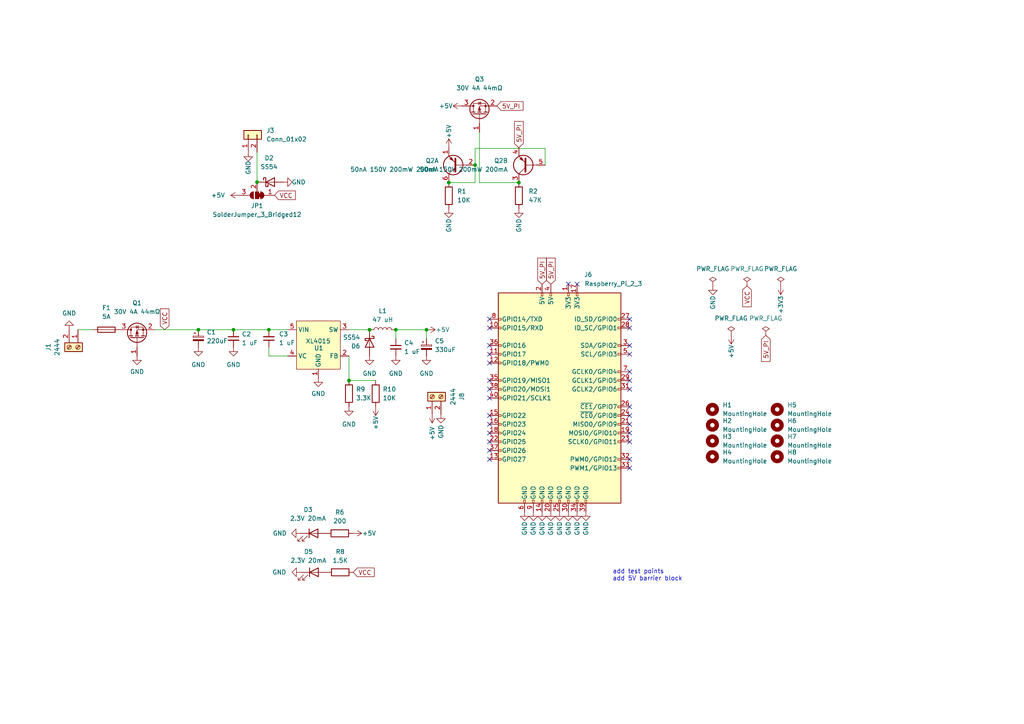
<source format=kicad_sch>
(kicad_sch (version 20211123) (generator eeschema)
  (paper "A4")
  (lib_symbols
    (symbol "Connector:Raspberry_Pi_2_3" (pin_names (offset 1.016))
      (property "Reference" "J" (at -17.78 31.75 0))
      (property "Value" "Raspberry_Pi_2_3" (at 10.16 -31.75 0))
      (symbol "Raspberry_Pi_2_3_0_1"
        (rectangle (start -17.78 30.48) (end 17.78 -30.48) (stroke (width 0.254)) (fill (type background)))
      )
      (symbol "Raspberry_Pi_2_3_1_1"
        (rectangle (start -16.891 -17.526) (end -17.78 -18.034))
        (rectangle (start -16.891 -14.986) (end -17.78 -15.494))
        (rectangle (start -16.891 -12.446) (end -17.78 -12.954))
        (rectangle (start -16.891 -9.906) (end -17.78 -10.414))
        (rectangle (start -16.891 -7.366) (end -17.78 -7.874))
        (rectangle (start -16.891 -4.826) (end -17.78 -5.334))
        (rectangle (start -16.891 0.254) (end -17.78 -0.254))
        (rectangle (start -16.891 2.794) (end -17.78 2.286))
        (rectangle (start -16.891 5.334) (end -17.78 4.826))
        (rectangle (start -16.891 10.414) (end -17.78 9.906))
        (rectangle (start -16.891 12.954) (end -17.78 12.446))
        (rectangle (start -16.891 15.494) (end -17.78 14.986))
        (rectangle (start -16.891 20.574) (end -17.78 20.066))
        (rectangle (start -16.891 23.114) (end -17.78 22.606))
        (rectangle (start -10.414 -29.591) (end -9.906 -30.48))
        (rectangle (start -7.874 -29.591) (end -7.366 -30.48))
        (rectangle (start -5.334 -29.591) (end -4.826 -30.48))
        (rectangle (start -5.334 30.48) (end -4.826 29.591))
        (rectangle (start -2.794 -29.591) (end -2.286 -30.48))
        (rectangle (start -2.794 30.48) (end -2.286 29.591))
        (rectangle (start -0.254 -29.591) (end 0.254 -30.48))
        (rectangle (start 2.286 -29.591) (end 2.794 -30.48))
        (rectangle (start 2.286 30.48) (end 2.794 29.591))
        (rectangle (start 4.826 -29.591) (end 5.334 -30.48))
        (rectangle (start 4.826 30.48) (end 5.334 29.591))
        (rectangle (start 7.366 -29.591) (end 7.874 -30.48))
        (rectangle (start 17.78 -20.066) (end 16.891 -20.574))
        (rectangle (start 17.78 -17.526) (end 16.891 -18.034))
        (rectangle (start 17.78 -12.446) (end 16.891 -12.954))
        (rectangle (start 17.78 -9.906) (end 16.891 -10.414))
        (rectangle (start 17.78 -7.366) (end 16.891 -7.874))
        (rectangle (start 17.78 -4.826) (end 16.891 -5.334))
        (rectangle (start 17.78 -2.286) (end 16.891 -2.794))
        (rectangle (start 17.78 2.794) (end 16.891 2.286))
        (rectangle (start 17.78 5.334) (end 16.891 4.826))
        (rectangle (start 17.78 7.874) (end 16.891 7.366))
        (rectangle (start 17.78 12.954) (end 16.891 12.446))
        (rectangle (start 17.78 15.494) (end 16.891 14.986))
        (rectangle (start 17.78 20.574) (end 16.891 20.066))
        (rectangle (start 17.78 23.114) (end 16.891 22.606))
        (pin power_in line (at 2.54 33.02 270) (length 2.54) (name "3V3") (number "1"))
        (pin bidirectional line (at -20.32 20.32 0) (length 2.54) (name "GPIO15/RXD") (number "10"))
        (pin bidirectional line (at -20.32 12.7 0) (length 2.54) (name "GPIO17") (number "11"))
        (pin bidirectional line (at -20.32 10.16 0) (length 2.54) (name "GPIO18/PWM0") (number "12"))
        (pin bidirectional line (at -20.32 -17.78 0) (length 2.54) (name "GPIO27") (number "13"))
        (pin power_in line (at -5.08 -33.02 90) (length 2.54) (name "GND") (number "14"))
        (pin bidirectional line (at -20.32 -5.08 0) (length 2.54) (name "GPIO22") (number "15"))
        (pin bidirectional line (at -20.32 -7.62 0) (length 2.54) (name "GPIO23") (number "16"))
        (pin power_in line (at 5.08 33.02 270) (length 2.54) (name "3V3") (number "17"))
        (pin bidirectional line (at -20.32 -10.16 0) (length 2.54) (name "GPIO24") (number "18"))
        (pin bidirectional line (at 20.32 -10.16 180) (length 2.54) (name "MOSI0/GPIO10") (number "19"))
        (pin power_in line (at -5.08 33.02 270) (length 2.54) (name "5V") (number "2"))
        (pin power_in line (at -2.54 -33.02 90) (length 2.54) (name "GND") (number "20"))
        (pin bidirectional line (at 20.32 -7.62 180) (length 2.54) (name "MISO0/GPIO9") (number "21"))
        (pin bidirectional line (at -20.32 -12.7 0) (length 2.54) (name "GPIO25") (number "22"))
        (pin bidirectional line (at 20.32 -12.7 180) (length 2.54) (name "SCLK0/GPIO11") (number "23"))
        (pin bidirectional line (at 20.32 -5.08 180) (length 2.54) (name "~{CE0}/GPIO8") (number "24"))
        (pin power_in line (at 0 -33.02 90) (length 2.54) (name "GND") (number "25"))
        (pin bidirectional line (at 20.32 -2.54 180) (length 2.54) (name "~{CE1}/GPIO7") (number "26"))
        (pin bidirectional line (at 20.32 22.86 180) (length 2.54) (name "ID_SD/GPIO0") (number "27"))
        (pin bidirectional line (at 20.32 20.32 180) (length 2.54) (name "ID_SC/GPIO1") (number "28"))
        (pin bidirectional line (at 20.32 5.08 180) (length 2.54) (name "GCLK1/GPIO5") (number "29"))
        (pin bidirectional line (at 20.32 15.24 180) (length 2.54) (name "SDA/GPIO2") (number "3"))
        (pin power_in line (at 2.54 -33.02 90) (length 2.54) (name "GND") (number "30"))
        (pin bidirectional line (at 20.32 2.54 180) (length 2.54) (name "GCLK2/GPIO6") (number "31"))
        (pin bidirectional line (at 20.32 -17.78 180) (length 2.54) (name "PWM0/GPIO12") (number "32"))
        (pin bidirectional line (at 20.32 -20.32 180) (length 2.54) (name "PWM1/GPIO13") (number "33"))
        (pin power_in line (at 5.08 -33.02 90) (length 2.54) (name "GND") (number "34"))
        (pin bidirectional line (at -20.32 5.08 0) (length 2.54) (name "GPIO19/MISO1") (number "35"))
        (pin bidirectional line (at -20.32 15.24 0) (length 2.54) (name "GPIO16") (number "36"))
        (pin bidirectional line (at -20.32 -15.24 0) (length 2.54) (name "GPIO26") (number "37"))
        (pin bidirectional line (at -20.32 2.54 0) (length 2.54) (name "GPIO20/MOSI1") (number "38"))
        (pin power_in line (at 7.62 -33.02 90) (length 2.54) (name "GND") (number "39"))
        (pin power_in line (at -2.54 33.02 270) (length 2.54) (name "5V") (number "4"))
        (pin bidirectional line (at -20.32 0 0) (length 2.54) (name "GPIO21/SCLK1") (number "40"))
        (pin bidirectional line (at 20.32 12.7 180) (length 2.54) (name "SCL/GPIO3") (number "5"))
        (pin power_in line (at -10.16 -33.02 90) (length 2.54) (name "GND") (number "6"))
        (pin bidirectional line (at 20.32 7.62 180) (length 2.54) (name "GCLK0/GPIO4") (number "7"))
        (pin bidirectional line (at -20.32 22.86 0) (length 2.54) (name "GPIO14/TXD") (number "8"))
        (pin power_in line (at -7.62 -33.02 90) (length 2.54) (name "GND") (number "9"))
      )
    )
    (symbol "Connector:Screw_Terminal_01x02" (pin_names (offset 1.016) hide)
      (property "Reference" "J" (at 0 2.54 0))
      (property "Value" "Screw_Terminal_01x02" (at 0 -5.08 0))
      (symbol "Screw_Terminal_01x02_1_1"
        (rectangle (start -1.27 1.27) (end 1.27 -3.81) (stroke (width 0.254)) (fill (type background)))
        (circle (center 0 -2.54) (radius 0.635) (stroke (width 0.1524)))
        (polyline (pts (xy -0.5334 -2.2098) (xy 0.3302 -3.048)) (stroke (width 0.1524)))
        (polyline (pts (xy -0.5334 0.3302) (xy 0.3302 -0.508)) (stroke (width 0.1524)))
        (polyline (pts (xy -0.3556 -2.032) (xy 0.508 -2.8702)) (stroke (width 0.1524)))
        (polyline (pts (xy -0.3556 0.508) (xy 0.508 -0.3302)) (stroke (width 0.1524)))
        (circle (center 0 0) (radius 0.635) (stroke (width 0.1524)))
        (pin passive line (at -5.08 0 0) (length 3.81) (name "Pin_1") (number "1"))
        (pin passive line (at -5.08 -2.54 0) (length 3.81) (name "Pin_2") (number "2"))
      )
    )
    (symbol "Connector_Generic:Conn_01x02" (pin_names (offset 1.016) hide)
      (property "Reference" "J" (at 0 2.54 0))
      (property "Value" "Conn_01x02" (at 0 -5.08 0))
      (symbol "Conn_01x02_1_1"
        (rectangle (start -1.27 -2.413) (end 0 -2.667) (stroke (width 0.1524)))
        (rectangle (start -1.27 0.127) (end 0 -0.127) (stroke (width 0.1524)))
        (rectangle (start -1.27 1.27) (end 1.27 -3.81) (stroke (width 0.254)) (fill (type background)))
        (pin passive line (at -5.08 0 0) (length 3.81) (name "Pin_1") (number "1"))
        (pin passive line (at -5.08 -2.54 0) (length 3.81) (name "Pin_2") (number "2"))
      )
    )
    (symbol "Device:C_Polarized_Small" (pin_numbers hide) (pin_names (offset 0.254) hide)
      (property "Reference" "C" (at 0.254 1.778 0))
      (property "Value" "C_Polarized_Small" (at 0.254 -2.032 0))
      (symbol "C_Polarized_Small_0_1"
        (rectangle (start -1.524 -0.3048) (end 1.524 -0.6858) (fill (type outline)))
        (rectangle (start -1.524 0.6858) (end 1.524 0.3048))
        (polyline (pts (xy -1.27 1.524) (xy -0.762 1.524)))
        (polyline (pts (xy -1.016 1.27) (xy -1.016 1.778)))
      )
      (symbol "C_Polarized_Small_1_1"
        (pin passive line (at 0 2.54 270) (length 1.8542) (name "~") (number "1"))
        (pin passive line (at 0 -2.54 90) (length 1.8542) (name "~") (number "2"))
      )
    )
    (symbol "Device:C_Small" (pin_numbers hide) (pin_names (offset 0.254) hide)
      (property "Reference" "C" (at 0.254 1.778 0))
      (property "Value" "C_Small" (at 0.254 -2.032 0))
      (symbol "C_Small_0_1"
        (polyline (pts (xy -1.524 -0.508) (xy 1.524 -0.508)) (stroke (width 0.3302)))
        (polyline (pts (xy -1.524 0.508) (xy 1.524 0.508)) (stroke (width 0.3048)))
      )
      (symbol "C_Small_1_1"
        (pin passive line (at 0 2.54 270) (length 2.032) (name "~") (number "1"))
        (pin passive line (at 0 -2.54 90) (length 2.032) (name "~") (number "2"))
      )
    )
    (symbol "Device:D_Schottky" (pin_numbers hide) (pin_names (offset 1.016) hide)
      (property "Reference" "D" (at 0 2.54 0))
      (property "Value" "D_Schottky" (at 0 -2.54 0))
      (symbol "D_Schottky_0_1"
        (polyline (pts (xy 1.27 0) (xy -1.27 0)))
        (polyline (pts (xy 1.27 1.27) (xy 1.27 -1.27) (xy -1.27 0) (xy 1.27 1.27)) (stroke (width 0.254)))
        (polyline (pts (xy -1.905 0.635) (xy -1.905 1.27) (xy -1.27 1.27) (xy -1.27 -1.27) (xy -0.635 -1.27) (xy -0.635 -0.635)) (stroke (width 0.254)))
      )
      (symbol "D_Schottky_1_1"
        (pin passive line (at -3.81 0 0) (length 2.54) (name "K") (number "1"))
        (pin passive line (at 3.81 0 180) (length 2.54) (name "A") (number "2"))
      )
    )
    (symbol "Device:Fuse" (pin_numbers hide) (pin_names (offset 0))
      (property "Reference" "F" (at 2.032 0 90))
      (property "Value" "Fuse" (at -1.905 0 90))
      (symbol "Fuse_0_1"
        (rectangle (start -0.762 -2.54) (end 0.762 2.54) (stroke (width 0.254)))
        (polyline (pts (xy 0 2.54) (xy 0 -2.54)))
      )
      (symbol "Fuse_1_1"
        (pin passive line (at 0 3.81 270) (length 1.27) (name "~") (number "1"))
        (pin passive line (at 0 -3.81 90) (length 1.27) (name "~") (number "2"))
      )
    )
    (symbol "Device:L" (pin_numbers hide) (pin_names (offset 1.016) hide)
      (property "Reference" "L" (at -1.27 0 90))
      (property "Value" "L" (at 1.905 0 90))
      (symbol "L_0_1"
        (arc (start 0 -2.54) (mid 0.635 -1.905) (end 0 -1.27))
        (arc (start 0 -1.27) (mid 0.635 -0.635) (end 0 0))
        (arc (start 0 0) (mid 0.635 0.635) (end 0 1.27))
        (arc (start 0 1.27) (mid 0.635 1.905) (end 0 2.54))
      )
      (symbol "L_1_1"
        (pin passive line (at 0 3.81 270) (length 1.27) (name "1") (number "1"))
        (pin passive line (at 0 -3.81 90) (length 1.27) (name "2") (number "2"))
      )
    )
    (symbol "Device:LED" (pin_numbers hide) (pin_names (offset 1.016) hide)
      (property "Reference" "D" (at 0 2.54 0))
      (property "Value" "LED" (at 0 -2.54 0))
      (symbol "LED_0_1"
        (polyline (pts (xy -1.27 -1.27) (xy -1.27 1.27)) (stroke (width 0.254)))
        (polyline (pts (xy -1.27 0) (xy 1.27 0)))
        (polyline (pts (xy 1.27 -1.27) (xy 1.27 1.27) (xy -1.27 0) (xy 1.27 -1.27)) (stroke (width 0.254)))
        (polyline (pts (xy -3.048 -0.762) (xy -4.572 -2.286) (xy -3.81 -2.286) (xy -4.572 -2.286) (xy -4.572 -1.524)))
        (polyline (pts (xy -1.778 -0.762) (xy -3.302 -2.286) (xy -2.54 -2.286) (xy -3.302 -2.286) (xy -3.302 -1.524)))
      )
      (symbol "LED_1_1"
        (pin passive line (at -3.81 0 0) (length 2.54) (name "K") (number "1"))
        (pin passive line (at 3.81 0 180) (length 2.54) (name "A") (number "2"))
      )
    )
    (symbol "Device:R" (pin_numbers hide) (pin_names (offset 0))
      (property "Reference" "R" (at 2.032 0 90))
      (property "Value" "R" (at 0 0 90))
      (symbol "R_0_1"
        (rectangle (start -1.016 -2.54) (end 1.016 2.54) (stroke (width 0.254)))
      )
      (symbol "R_1_1"
        (pin passive line (at 0 3.81 270) (length 1.27) (name "~") (number "1"))
        (pin passive line (at 0 -3.81 90) (length 1.27) (name "~") (number "2"))
      )
    )
    (symbol "Jumper:SolderJumper_3_Bridged12" (pin_names (offset 0) hide)
      (property "Reference" "JP" (at -2.54 -2.54 0))
      (property "Value" "SolderJumper_3_Bridged12" (at 0 2.794 0))
      (symbol "SolderJumper_3_Bridged12_0_1"
        (rectangle (start -1.016 0.508) (end -0.508 -0.508) (fill (type outline)))
        (arc (start -1.016 1.016) (mid -2.032 0) (end -1.016 -1.016))
        (arc (start -1.016 1.016) (mid -2.032 0) (end -1.016 -1.016) (fill (type outline)))
        (rectangle (start -0.508 1.016) (end 0.508 -1.016) (fill (type outline)))
        (polyline (pts (xy -2.54 0) (xy -2.032 0)))
        (polyline (pts (xy -1.016 1.016) (xy -1.016 -1.016)))
        (polyline (pts (xy 0 -1.27) (xy 0 -1.016)))
        (polyline (pts (xy 1.016 1.016) (xy 1.016 -1.016)))
        (polyline (pts (xy 2.54 0) (xy 2.032 0)))
        (arc (start 1.016 -1.016) (mid 2.032 0) (end 1.016 1.016))
        (arc (start 1.016 -1.016) (mid 2.032 0) (end 1.016 1.016) (fill (type outline)))
      )
      (symbol "SolderJumper_3_Bridged12_1_1"
        (pin passive line (at -5.08 0 0) (length 2.54) (name "A") (number "1"))
        (pin passive line (at 0 -3.81 90) (length 2.54) (name "C") (number "2"))
        (pin passive line (at 5.08 0 180) (length 2.54) (name "B") (number "3"))
      )
    )
    (symbol "Mechanical:MountingHole" (pin_names (offset 1.016))
      (property "Reference" "H" (at 0 5.08 0))
      (property "Value" "MountingHole" (at 0 3.175 0))
      (symbol "MountingHole_0_1"
        (circle (center 0 0) (radius 1.27) (stroke (width 1.27)))
      )
    )
    (symbol "Regulator_Switching:XL4015"
      (property "Reference" "U" (at 0 -1.27 0))
      (property "Value" "XL4015" (at 0 1.27 0))
      (symbol "XL4015_0_1"
        (rectangle (start -6.35 6.35) (end 6.35 -7.62) (stroke (width 0.1524)) (fill (type background)))
      )
      (symbol "XL4015_1_1"
        (pin power_in line (at 0 -10.16 90) (length 2.54) (name "GND") (number "1"))
        (pin input line (at 8.89 -3.81 180) (length 2.54) (name "FB") (number "2"))
        (pin power_out line (at 8.89 3.81 180) (length 2.54) (name "SW") (number "3"))
        (pin input line (at -8.89 -3.81 0) (length 2.54) (name "VC") (number "4"))
        (pin power_in line (at -8.89 3.81 0) (length 2.54) (name "VIN") (number "5"))
      )
    )
    (symbol "Transistor_BJT:MMDT5401" (pin_names (offset 0) hide)
      (property "Reference" "Q" (at 5.08 1.27 0))
      (property "Value" "MMDT5401" (at 5.08 -1.27 0))
      (symbol "MMDT5401_0_1"
        (polyline (pts (xy 0.635 0) (xy -2.54 0)))
        (polyline (pts (xy 0.635 0.635) (xy 2.54 2.54)))
        (polyline (pts (xy 0.635 -0.635) (xy 2.54 -2.54) (xy 2.54 -2.54)))
        (polyline (pts (xy 0.635 1.905) (xy 0.635 -1.905) (xy 0.635 -1.905)) (stroke (width 0.508)))
        (polyline (pts (xy 2.286 -1.778) (xy 1.778 -2.286) (xy 1.27 -1.27) (xy 2.286 -1.778) (xy 2.286 -1.778)) (fill (type outline)))
        (circle (center 1.27 0) (radius 2.8194) (stroke (width 0.254)))
      )
      (symbol "MMDT5401_1_1"
        (pin passive line (at 2.54 -5.08 90) (length 2.54) (name "E1") (number "1"))
        (pin input line (at -5.08 0 0) (length 2.54) (name "B1") (number "2"))
        (pin passive line (at 2.54 5.08 270) (length 2.54) (name "C1") (number "6"))
      )
      (symbol "MMDT5401_2_1"
        (pin passive line (at 2.54 5.08 270) (length 2.54) (name "C2") (number "3"))
        (pin passive line (at 2.54 -5.08 90) (length 2.54) (name "E2") (number "4"))
        (pin input line (at -5.08 0 0) (length 2.54) (name "B2") (number "5"))
      )
    )
    (symbol "Transistor_FET:AO3401A" (pin_names hide)
      (property "Reference" "Q" (at 5.08 1.905 0))
      (property "Value" "AO3401A" (at 5.08 0 0))
      (symbol "AO3401A_0_1"
        (polyline (pts (xy 0.254 0) (xy -2.54 0)))
        (polyline (pts (xy 0.254 1.905) (xy 0.254 -1.905)) (stroke (width 0.254)))
        (polyline (pts (xy 0.762 -1.27) (xy 0.762 -2.286)) (stroke (width 0.254)))
        (polyline (pts (xy 0.762 0.508) (xy 0.762 -0.508)) (stroke (width 0.254)))
        (polyline (pts (xy 0.762 2.286) (xy 0.762 1.27)) (stroke (width 0.254)))
        (polyline (pts (xy 2.54 2.54) (xy 2.54 1.778)))
        (polyline (pts (xy 2.54 -2.54) (xy 2.54 0) (xy 0.762 0)))
        (polyline (pts (xy 0.762 1.778) (xy 3.302 1.778) (xy 3.302 -1.778) (xy 0.762 -1.778)))
        (polyline (pts (xy 2.286 0) (xy 1.27 0.381) (xy 1.27 -0.381) (xy 2.286 0)) (fill (type outline)))
        (polyline (pts (xy 2.794 -0.508) (xy 2.921 -0.381) (xy 3.683 -0.381) (xy 3.81 -0.254)))
        (polyline (pts (xy 3.302 -0.381) (xy 2.921 0.254) (xy 3.683 0.254) (xy 3.302 -0.381)))
        (circle (center 1.651 0) (radius 2.794) (stroke (width 0.254)))
        (circle (center 2.54 -1.778) (radius 0.254) (fill (type outline)))
        (circle (center 2.54 1.778) (radius 0.254) (fill (type outline)))
      )
      (symbol "AO3401A_1_1"
        (pin input line (at -5.08 0 0) (length 2.54) (name "G") (number "1"))
        (pin passive line (at 2.54 -5.08 90) (length 2.54) (name "S") (number "2"))
        (pin passive line (at 2.54 5.08 270) (length 2.54) (name "D") (number "3"))
      )
    )
    (symbol "power:+3V3" (power) (pin_names (offset 0))
      (property "Value" "+3V3" (at 0 3.556 0))
      (symbol "+3V3_0_1"
        (polyline (pts (xy -0.762 1.27) (xy 0 2.54)))
        (polyline (pts (xy 0 0) (xy 0 2.54)))
        (polyline (pts (xy 0 2.54) (xy 0.762 1.27)))
      )
      (symbol "+3V3_1_1"
        (pin power_in line (at 0 0 90) (length 0) hide (name "+3V3") (number "1"))
      )
    )
    (symbol "power:+5V" (power) (pin_names (offset 0))
      (property "Value" "+5V" (at 0 3.556 0))
      (symbol "+5V_0_1"
        (polyline (pts (xy -0.762 1.27) (xy 0 2.54)))
        (polyline (pts (xy 0 0) (xy 0 2.54)))
        (polyline (pts (xy 0 2.54) (xy 0.762 1.27)))
      )
      (symbol "+5V_1_1"
        (pin power_in line (at 0 0 90) (length 0) hide (name "+5V") (number "1"))
      )
    )
    (symbol "power:GND" (power) (pin_names (offset 0))
      (property "Value" "GND" (at 0 -3.81 0))
      (symbol "GND_0_1"
        (polyline (pts (xy 0 0) (xy 0 -1.27) (xy 1.27 -1.27) (xy 0 -2.54) (xy -1.27 -1.27) (xy 0 -1.27)))
      )
      (symbol "GND_1_1"
        (pin power_in line (at 0 0 270) (length 0) hide (name "GND") (number "1"))
      )
    )
    (symbol "power:PWR_FLAG" (power) (pin_numbers hide) (pin_names (offset 0) hide)
      (property "Value" "PWR_FLAG" (at 0 3.81 0))
      (symbol "PWR_FLAG_0_0"
        (pin power_out line (at 0 0 90) (length 0) (name "pwr") (number "1"))
      )
      (symbol "PWR_FLAG_0_1"
        (polyline (pts (xy 0 0) (xy 0 1.27) (xy -1.016 1.905) (xy 0 2.54) (xy 1.016 1.905) (xy 0 1.27)))
      )
    )
  )
  (junction (at 137.795 47.879))
  (junction (at 77.978 95.631))
  (junction (at 67.7164 95.631))
  (junction (at 57.531 95.631))
  (junction (at 107.188 95.631))
  (junction (at 114.808 95.631))
  (junction (at 123.698 95.631))
  (junction (at 150.495 52.959))
  (junction (at 130.175 52.959))
  (junction (at 101.219 110.363))
  (junction (at 74.549 52.832))
  (no_connect (at 164.846 82.423))
  (no_connect (at 182.626 92.583))
  (no_connect (at 182.626 95.123))
  (no_connect (at 141.986 133.223))
  (no_connect (at 141.986 125.603))
  (no_connect (at 141.986 123.063))
  (no_connect (at 141.986 128.143))
  (no_connect (at 141.986 130.683))
  (no_connect (at 141.986 115.443))
  (no_connect (at 141.986 110.363))
  (no_connect (at 141.986 120.523))
  (no_connect (at 141.986 112.903))
  (no_connect (at 141.986 105.283))
  (no_connect (at 182.626 135.763))
  (no_connect (at 182.626 110.363))
  (no_connect (at 182.626 112.903))
  (no_connect (at 182.626 107.823))
  (no_connect (at 182.626 133.223))
  (no_connect (at 182.626 117.983))
  (no_connect (at 141.986 100.203))
  (no_connect (at 141.986 102.743))
  (no_connect (at 182.626 120.523))
  (no_connect (at 182.626 123.063))
  (no_connect (at 182.626 125.603))
  (no_connect (at 182.626 128.143))
  (no_connect (at 141.986 92.583))
  (no_connect (at 141.986 95.123))
  (no_connect (at 167.386 82.423))
  (no_connect (at 182.626 100.203))
  (no_connect (at 182.626 102.743))
  (wire (pts (xy 139.065 52.959) (xy 150.495 52.959)))
  (wire (pts (xy 158.115 43.053) (xy 158.115 47.879)))
  (wire (pts (xy 101.219 110.363) (xy 108.966 110.363)))
  (wire (pts (xy 22.606 95.631) (xy 27.051 95.631)))
  (wire (pts (xy 44.831 95.631) (xy 57.531 95.631)))
  (wire (pts (xy 101.219 95.631) (xy 107.188 95.631)))
  (wire (pts (xy 137.795 43.053) (xy 158.115 43.053)))
  (wire (pts (xy 77.978 95.631) (xy 83.439 95.631)))
  (wire (pts (xy 137.795 47.879) (xy 137.795 52.959)))
  (wire (pts (xy 123.698 95.631) (xy 123.698 98.171)))
  (wire (pts (xy 114.808 95.631) (xy 114.808 98.171)))
  (wire (pts (xy 137.795 52.959) (xy 130.175 52.959)))
  (wire (pts (xy 137.795 47.879) (xy 137.795 43.053)))
  (wire (pts (xy 114.808 95.631) (xy 123.698 95.631)))
  (wire (pts (xy 77.978 100.711) (xy 77.978 103.251)))
  (wire (pts (xy 101.219 103.251) (xy 101.219 110.363)))
  (wire (pts (xy 67.7164 95.631) (xy 77.978 95.631)))
  (wire (pts (xy 74.549 44.196) (xy 74.549 52.832)))
  (wire (pts (xy 139.065 52.959) (xy 139.065 38.354)))
  (wire (pts (xy 77.978 103.251) (xy 83.439 103.251)))
  (wire (pts (xy 57.531 95.631) (xy 67.7164 95.631)))
  (text "add test points\nadd 5V barrier block" (at 177.673 168.656 0) (effects (font (size 1.27 1.27)) (justify left bottom)))
  (global_label "5V_PI" (shape input) (at 222.123 97.282 270) (property "Intersheet References" "${INTERSHEET_REFS}" (effects hide)))
  (global_label "5V_PI" (shape input) (at 157.226 82.423 90) (property "Intersheet References" "${INTERSHEET_REFS}" (effects hide)))
  (global_label "5V_PI" (shape input) (at 144.145 30.734 0) (property "Intersheet References" "${INTERSHEET_REFS}" (effects hide)))
  (global_label "VCC" (shape input) (at 216.662 82.931 270) (property "Intersheet References" "${INTERSHEET_REFS}" (effects hide)))
  (global_label "5V_PI" (shape input) (at 159.766 82.423 90) (property "Intersheet References" "${INTERSHEET_REFS}" (effects hide)))
  (global_label "VCC" (shape input) (at 79.629 56.642 0) (property "Intersheet References" "${INTERSHEET_REFS}" (effects hide)))
  (global_label "5V_PI" (shape input) (at 150.495 42.799 90) (property "Intersheet References" "${INTERSHEET_REFS}" (effects hide)))
  (global_label "VCC" (shape input) (at 47.752 95.631 90) (property "Intersheet References" "${INTERSHEET_REFS}" (effects hide)))
  (global_label "VCC" (shape input) (at 102.489 165.989 0) (property "Intersheet References" "${INTERSHEET_REFS}" (effects hide)))
  (symbol (lib_id "power:+3V3") (at 226.441 82.931 180) (unit 1)
    (property "Reference" "#PWR050" (effects hide))
    (property "Value" "+3V3" (at 226.441 88.392 90))
  )
  (symbol (lib_id "power:GND") (at 67.7164 100.711 0) (unit 1)
    (property "Reference" "#PWR04" (effects hide))
    (property "Value" "GND" (at 67.7164 105.791 0))
  )
  (symbol (lib_id "power:GND") (at 20.066 95.631 180) (unit 1)
    (property "Reference" "#PWR01" (effects hide))
    (property "Value" "GND" (at 20.066 90.8558 0))
  )
  (symbol (lib_id "power:+5V") (at 108.966 117.983 180) (unit 1)
    (property "Reference" "#PWR045" (effects hide))
    (property "Value" "+5V" (at 108.966 124.714 90) (effects (justify right)))
  )
  (symbol (lib_id "power:GND") (at 159.766 148.463 0) (unit 1)
    (property "Reference" "#PWR022" (effects hide))
    (property "Value" "GND" (at 159.766 153.289 90))
  )
  (symbol (lib_id "Device:LED") (at 90.932 154.686 0) (unit 1)
    (property "Reference" "D3" (at 89.3445 147.828 0))
    (property "Value" "2.3V 20mA" (at 89.3445 150.368 0))
    (property "Footprint" "LED_SMD:LED_0603_1608Metric" (effects hide))
    (property "LCSC" "C72038" (effects hide))
    (property "PCBway" "19-213/Y2C-CQ2R2L/3T(CY)" (effects hide))
    (property "abv.Footprint" "0603" (effects hide))
    (property "ManfNum" "19-213/Y2C-CQ2R2L/3T(CY)" (effects hide))
  )
  (symbol (lib_id "Mechanical:MountingHole") (at 206.629 132.461 0) (unit 1) (in_bom no)
    (property "Reference" "H4" (at 209.55 131.1909 0) (effects (justify left)))
    (property "Value" "MountingHole" (at 209.55 133.7309 0) (effects (justify left)))
    (property "Footprint" "MountingHole:MountingHole_2.7mm_M2.5_DIN965_Pad" (effects hide))
  )
  (symbol (lib_id "power:GND") (at 107.188 103.251 0) (unit 1)
    (property "Reference" "#PWR044" (effects hide))
    (property "Value" "GND" (at 107.188 108.331 0))
  )
  (symbol (lib_id "power:PWR_FLAG") (at 222.123 97.282 0) (unit 1)
    (property "Reference" "#FLG04" (effects hide))
    (property "Value" "PWR_FLAG" (at 222.123 92.329 0))
  )
  (symbol (lib_id "Connector_Generic:Conn_01x02") (at 72.009 39.116 90) (unit 1) (in_bom no)
    (property "Reference" "J3" (at 77.216 37.8459 90) (effects (justify right)))
    (property "Value" "Conn_01x02" (at 77.216 40.3859 90) (effects (justify right)))
    (property "Footprint" "Connector_JST:JST_XH_B2B-XH-A_1x02_P2.50mm_Vertical" (effects hide))
  )
  (symbol (lib_id "power:GND") (at 152.146 148.463 0) (unit 1)
    (property "Reference" "#PWR019" (effects hide))
    (property "Value" "GND" (at 152.146 153.289 90))
  )
  (symbol (lib_id "Device:C_Small") (at 114.808 100.711 0) (unit 1)
    (property "Reference" "C4" (at 117.221 99.4472 0) (effects (justify left)))
    (property "Value" "1 uF" (at 117.221 101.9872 0) (effects (justify left)))
    (property "Footprint" "Capacitor_SMD:C_0603_1608Metric" (effects hide))
    (property "LCSC" "C15849" (effects hide))
    (property "PCBway" "CL10A105KB8NNNC" (effects hide))
    (property "abv.Footprint" "0603" (effects hide))
    (property "ManfNum" "CL10A105KB8NNNC" (effects hide))
  )
  (symbol (lib_id "power:PWR_FLAG") (at 212.09 97.282 0) (unit 1)
    (property "Reference" "#FLG03" (effects hide))
    (property "Value" "PWR_FLAG" (at 212.09 92.329 0))
  )
  (symbol (lib_id "power:+5V") (at 123.698 95.631 270) (unit 1)
    (property "Reference" "#PWR053" (effects hide))
    (property "Value" "+5V" (at 130.429 95.631 90) (effects (justify right)))
  )
  (symbol (lib_id "Device:C_Small") (at 77.978 98.171 180) (unit 1)
    (property "Reference" "C3" (at 80.899 96.8945 0) (effects (justify right)))
    (property "Value" "1 uF" (at 80.899 99.4345 0) (effects (justify right)))
    (property "Footprint" "Capacitor_SMD:C_0402_1005Metric" (effects hide))
    (property "abv.Footprint" "0402" (effects hide))
  )
  (symbol (lib_id "power:+5V") (at 130.175 42.799 0) (unit 1)
    (property "Reference" "#PWR013" (effects hide))
    (property "Value" "+5V" (at 130.175 36.068 90) (effects (justify right)))
  )
  (symbol (lib_id "Device:C_Small") (at 67.7164 98.171 0) (unit 1)
    (property "Reference" "C2" (at 70.1294 96.9072 0) (effects (justify left)))
    (property "Value" "1 uF" (at 70.1294 99.4472 0) (effects (justify left)))
    (property "Footprint" "Capacitor_SMD:C_0402_1005Metric" (effects hide))
    (property "abv.Footprint" "0402" (effects hide))
  )
  (symbol (lib_id "Connector:Screw_Terminal_01x02") (at 22.606 100.711 270) (unit 1) (in_bom no)
    (property "Reference" "J1" (at 14.0208 100.711 0))
    (property "Value" "2444" (at 16.5608 100.711 0))
    (property "Footprint" "TerminalBlock_4Ucon:TerminalBlock_4Ucon_1x02_P3.50mm_Horizontal" (effects hide))
  )
  (symbol (lib_id "power:GND") (at 162.306 148.463 0) (unit 1)
    (property "Reference" "#PWR023" (effects hide))
    (property "Value" "GND" (at 162.306 153.289 90))
  )
  (symbol (lib_id "Device:R") (at 98.679 165.989 90) (unit 1)
    (property "Reference" "R8" (at 98.679 160.02 90))
    (property "Value" "1.5K" (at 98.679 162.56 90))
    (property "Footprint" "Resistor_SMD:R_0402_1005Metric" (effects hide))
    (property "LCSC" "C25867" (effects hide))
    (property "PCBway" "0402WGF1501TCE" (effects hide))
    (property "abv.Footprint" "0402" (effects hide))
    (property "ManfNum" "0402WGF1501TCE" (effects hide))
  )
  (symbol (lib_id "power:PWR_FLAG") (at 226.441 82.931 0) (unit 1)
    (property "Reference" "#FLG05" (effects hide))
    (property "Value" "PWR_FLAG" (at 226.441 77.978 0))
  )
  (symbol (lib_id "Mechanical:MountingHole") (at 206.629 127.889 0) (unit 1) (in_bom no)
    (property "Reference" "H3" (at 209.55 126.6189 0) (effects (justify left)))
    (property "Value" "MountingHole" (at 209.55 129.1589 0) (effects (justify left)))
    (property "Footprint" "MountingHole:MountingHole_2.7mm_M2.5_DIN965_Pad" (effects hide))
  )
  (symbol (lib_id "power:+5V") (at 69.469 56.642 90) (unit 1)
    (property "Reference" "#PWR06" (effects hide))
    (property "Value" "+5V" (at 65.278 56.6421 90) (effects (justify left)))
  )
  (symbol (lib_id "power:GND") (at 164.846 148.463 0) (unit 1)
    (property "Reference" "#PWR025" (effects hide))
    (property "Value" "GND" (at 164.846 153.289 90))
  )
  (symbol (lib_id "power:GND") (at 127.889 120.142 0) (unit 1)
    (property "Reference" "#PWR08" (effects hide))
    (property "Value" "GND" (at 127.889 125.222 90))
  )
  (symbol (lib_id "power:GND") (at 57.531 100.711 0) (unit 1)
    (property "Reference" "#PWR03" (effects hide))
    (property "Value" "GND" (at 57.531 105.791 0))
  )
  (symbol (lib_id "power:GND") (at 206.756 82.931 0) (unit 1)
    (property "Reference" "#PWR048" (effects hide))
    (property "Value" "GND" (at 206.756 87.757 90))
  )
  (symbol (lib_id "Mechanical:MountingHole") (at 206.629 123.317 0) (unit 1) (in_bom no)
    (property "Reference" "H2" (at 209.55 122.0469 0) (effects (justify left)))
    (property "Value" "MountingHole" (at 209.55 124.5869 0) (effects (justify left)))
    (property "Footprint" "MountingHole:MountingHole_2.7mm_M2.5_DIN965_Pad" (effects hide))
  )
  (symbol (lib_id "Mechanical:MountingHole") (at 225.425 127.889 0) (unit 1) (in_bom no)
    (property "Reference" "H7" (at 228.346 126.6189 0) (effects (justify left)))
    (property "Value" "MountingHole" (at 228.346 129.1589 0) (effects (justify left)))
    (property "Footprint" "MountingHole:MountingHole_3.5mm" (effects hide))
  )
  (symbol (lib_id "power:+5V") (at 125.349 120.142 180) (unit 1)
    (property "Reference" "#PWR05" (effects hide))
    (property "Value" "+5V" (at 125.349 125.73 90))
  )
  (symbol (lib_id "Device:C_Polarized_Small") (at 57.531 98.171 0) (unit 1)
    (property "Reference" "C1" (at 59.944 96.3548 0) (effects (justify left)))
    (property "Value" "220uF" (at 59.944 98.8948 0) (effects (justify left)))
    (property "Footprint" "Capacitor_SMD:CP_Elec_10x10" (effects hide))
    (property "LCSC" "C176670" (effects hide))
    (property "PCBway" "VEJ221M1HTR-1010" (effects hide))
    (property "abv.Footprint" "SMD-ECAP-10x10" (effects hide))
    (property "ManfNum" "VEJ221M1HTR-1010" (effects hide))
  )
  (symbol (lib_id "power:GND") (at 39.751 103.251 0) (unit 1)
    (property "Reference" "#PWR02" (effects hide))
    (property "Value" "GND" (at 39.751 107.823 0))
  )
  (symbol (lib_id "power:GND") (at 87.122 154.686 270) (unit 1)
    (property "Reference" "#PWR046" (effects hide))
    (property "Value" "GND" (at 83.185 154.6859 90) (effects (justify right)))
  )
  (symbol (lib_id "power:+5V") (at 102.362 154.686 270) (unit 1)
    (property "Reference" "#PWR036" (effects hide))
    (property "Value" "+5V" (at 109.093 154.686 90) (effects (justify right)))
  )
  (symbol (lib_id "power:PWR_FLAG") (at 206.756 82.931 0) (unit 1)
    (property "Reference" "#FLG01" (effects hide))
    (property "Value" "PWR_FLAG" (at 206.756 77.978 0))
  )
  (symbol (lib_id "power:PWR_FLAG") (at 216.662 82.931 0) (unit 1)
    (property "Reference" "#FLG02" (effects hide))
    (property "Value" "PWR_FLAG" (at 216.662 77.978 0))
  )
  (symbol (lib_id "Device:R") (at 150.495 56.769 0) (unit 1)
    (property "Reference" "R2" (at 153.289 55.4989 0) (effects (justify left)))
    (property "Value" "47K" (at 153.289 58.0389 0) (effects (justify left)))
    (property "Footprint" "Resistor_SMD:R_0402_1005Metric" (effects hide))
    (property "LCSC" "C25792" (effects hide))
    (property "PCBway" "0402WGF4702TCE" (effects hide))
    (property "abv.Footprint" "0402" (effects hide))
    (property "ManfNum" "0402WGF4702TCE" (effects hide))
  )
  (symbol (lib_id "Device:R") (at 98.552 154.686 90) (unit 1)
    (property "Reference" "R6" (at 98.552 148.59 90))
    (property "Value" "200" (at 98.552 151.13 90))
    (property "Footprint" "Resistor_SMD:R_0402_1005Metric" (effects hide))
    (property "LCSC" "C25087" (effects hide))
    (property "PCBway" "0402WGF2000TCE" (effects hide))
    (property "abv.Footprint" "0402" (effects hide))
    (property "ManfNum" "0402WGF2000TCE" (effects hide))
  )
  (symbol (lib_id "Device:D_Schottky") (at 78.359 52.832 0) (unit 1)
    (property "Reference" "D2" (at 78.0415 45.847 0))
    (property "Value" "SS54" (at 78.0415 48.387 0))
    (property "Footprint" "Diode_SMD:D_SMA" (effects hide))
    (property "LCSC" "C22452" (effects hide))
    (property "PCBway" "SS54" (effects hide))
    (property "abv.Footprint" "DO-214AC" (effects hide))
    (property "ManfNum" "SS54" (effects hide))
  )
  (symbol (lib_id "Mechanical:MountingHole") (at 225.425 118.745 0) (unit 1) (in_bom no)
    (property "Reference" "H5" (at 228.346 117.4749 0) (effects (justify left)))
    (property "Value" "MountingHole" (at 228.346 120.0149 0) (effects (justify left)))
    (property "Footprint" "MountingHole:MountingHole_3.5mm" (effects hide))
  )
  (symbol (lib_id "Device:C_Polarized_Small") (at 123.698 100.711 0) (unit 1)
    (property "Reference" "C5" (at 126.111 98.8948 0) (effects (justify left)))
    (property "Value" "330uF" (at 126.111 101.4348 0) (effects (justify left)))
    (property "Footprint" "Capacitor_SMD:CP_Elec_6.3x7.7" (effects hide))
    (property "LCSC" "C58277" (effects hide))
    (property "PCBway" "RVT1A331M0607" (effects hide))
    (property "abv.Footprint" "SMD_6.3x7.7mm" (effects hide))
    (property "ManfNum" "RVT1A331M0607" (effects hide))
  )
  (symbol (lib_id "Transistor_BJT:MMDT5401") (at 153.035 47.879 180) (unit 2)
    (property "Reference" "Q2" (at 147.32 46.6089 0) (effects (justify left)))
    (property "Value" "50nA 150V 200mW 200mA" (at 147.32 49.1489 0) (effects (justify left)))
    (property "Footprint" "Package_TO_SOT_SMD:SOT-363_SC-70-6" (effects hide))
    (property "Datasheet" "http://www.diodes.com/_files/datasheets/ds30169.pdf" (effects hide))
    (property "LCSC" "C54540" (effects hide))
    (property "PCBway" "MMDT5401" (effects hide))
    (property "abv.Footprint" "SOT-363" (effects hide))
    (property "ManfNum" "MMDT5401" (effects hide))
  )
  (symbol (lib_id "Device:Fuse") (at 30.861 95.631 90) (unit 1)
    (property "Reference" "F1" (at 30.861 89.281 90))
    (property "Value" "5A" (at 30.861 91.821 90))
    (property "Footprint" "Fuse:Fuseholder_Blade_Mini_Keystone_3568" (effects hide))
    (property "abv.Footprint" "SMD-2_5.03x9.73x3.81" (effects hide))
    (property "ManfNum" "0154005.DR" (effects hide))
  )
  (symbol (lib_id "Jumper:SolderJumper_3_Bridged12") (at 74.549 56.642 180) (unit 1) (in_bom no)
    (property "Reference" "JP1" (at 74.549 59.69 0))
    (property "Value" "SolderJumper_3_Bridged12" (at 74.549 62.23 0))
    (property "Footprint" "Jumper:SolderJumper-3_P1.3mm_Bridged2Bar12_RoundedPad1.0x1.5mm" (effects hide))
  )
  (symbol (lib_id "power:GND") (at 154.686 148.463 0) (unit 1)
    (property "Reference" "#PWR020" (effects hide))
    (property "Value" "GND" (at 154.686 153.289 90))
  )
  (symbol (lib_id "Device:LED") (at 91.059 165.989 0) (unit 1)
    (property "Reference" "D5" (at 89.4715 160.02 0))
    (property "Value" "2.3V 20mA" (at 89.4715 162.56 0))
    (property "Footprint" "LED_SMD:LED_0603_1608Metric" (effects hide))
    (property "LCSC" "C72038" (effects hide))
    (property "PCBway" "19-213/Y2C-CQ2R2L/3T(CY)" (effects hide))
    (property "abv.Footprint" "0603" (effects hide))
    (property "ManfNum" "19-213/Y2C-CQ2R2L/3T(CY)" (effects hide))
  )
  (symbol (lib_id "Device:D_Schottky") (at 107.188 99.441 270) (unit 1)
    (property "Reference" "D6" (at 104.521 100.3936 90) (effects (justify right)))
    (property "Value" "SS54" (at 104.521 97.8536 90) (effects (justify right)))
    (property "Footprint" "Diode_SMD:D_SMA" (effects hide))
    (property "LCSC" "C22452" (effects hide))
    (property "PCBway" "SS54" (effects hide))
    (property "abv.Footprint" "DO-214AC" (effects hide))
    (property "ManfNum" "SS54" (effects hide))
  )
  (symbol (lib_id "power:GND") (at 72.009 44.196 0) (unit 1)
    (property "Reference" "#PWR07" (effects hide))
    (property "Value" "GND" (at 72.009 48.641 90))
  )
  (symbol (lib_id "power:+5V") (at 133.985 30.734 90) (unit 1)
    (property "Reference" "#PWR016" (effects hide))
    (property "Value" "+5V" (at 127.254 30.734 90) (effects (justify right)))
  )
  (symbol (lib_id "Regulator_Switching:XL4015") (at 92.329 99.441 0) (unit 1)
    (property "Reference" "U1" (at 91.059 100.965 0) (effects (justify left)))
    (property "Value" "XL4015" (at 88.646 98.933 0) (effects (justify left)))
    (property "Footprint" "Package_TO_SOT_SMD:TO-263-5_TabPin3" (effects hide))
    (property "LCSC" "C51661" (effects hide))
    (property "PCBway" "XL4015E1" (effects hide))
    (property "abv.Footprint" "TO-263-5" (effects hide))
    (property "ManfNum" "XL4015E1" (effects hide))
  )
  (symbol (lib_id "Mechanical:MountingHole") (at 225.425 132.461 0) (unit 1) (in_bom no)
    (property "Reference" "H8" (at 228.346 131.1909 0) (effects (justify left)))
    (property "Value" "MountingHole" (at 228.346 133.7309 0) (effects (justify left)))
    (property "Footprint" "MountingHole:MountingHole_3.5mm" (effects hide))
  )
  (symbol (lib_id "power:GND") (at 169.926 148.463 0) (unit 1)
    (property "Reference" "#PWR028" (effects hide))
    (property "Value" "GND" (at 169.926 153.289 90))
  )
  (symbol (lib_id "power:GND") (at 114.808 103.251 0) (unit 1)
    (property "Reference" "#PWR052" (effects hide))
    (property "Value" "GND" (at 114.808 108.331 0))
  )
  (symbol (lib_id "power:GND") (at 167.386 148.463 0) (unit 1)
    (property "Reference" "#PWR027" (effects hide))
    (property "Value" "GND" (at 167.386 153.289 90))
  )
  (symbol (lib_id "Connector:Screw_Terminal_01x02") (at 125.349 115.062 90) (unit 1) (in_bom no)
    (property "Reference" "J8" (at 133.9342 115.062 0))
    (property "Value" "2444" (at 131.3942 115.062 0))
    (property "Footprint" "Connector_JST:JST_XH_B2B-XH-A_1x02_P2.50mm_Vertical" (effects hide))
  )
  (symbol (lib_id "power:GND") (at 157.226 148.463 0) (unit 1)
    (property "Reference" "#PWR021" (effects hide))
    (property "Value" "GND" (at 157.226 153.289 90))
  )
  (symbol (lib_id "power:GND") (at 130.175 60.579 0) (unit 1)
    (property "Reference" "#PWR014" (effects hide))
    (property "Value" "GND" (at 130.175 65.405 90))
  )
  (symbol (lib_id "power:GND") (at 150.495 60.579 0) (unit 1)
    (property "Reference" "#PWR018" (effects hide))
    (property "Value" "GND" (at 150.495 65.405 90))
  )
  (symbol (lib_id "power:GND") (at 87.249 165.989 270) (unit 1)
    (property "Reference" "#PWR051" (effects hide))
    (property "Value" "GND" (at 83.058 165.9889 90) (effects (justify right)))
  )
  (symbol (lib_id "Transistor_BJT:MMDT5401") (at 132.715 47.879 180) (unit 1)
    (property "Reference" "Q2" (at 127.254 46.6089 0) (effects (justify left)))
    (property "Value" "50nA 150V 200mW 200mA" (at 127.254 49.1489 0) (effects (justify left)))
    (property "Footprint" "Package_TO_SOT_SMD:SOT-363_SC-70-6" (effects hide))
    (property "Datasheet" "http://www.diodes.com/_files/datasheets/ds30169.pdf" (effects hide))
    (property "LCSC" "C54540" (effects hide))
    (property "PCBway" "MMDT5401" (effects hide))
    (property "abv.Footprint" "SOT-363" (effects hide))
    (property "ManfNum" "MMDT5401" (effects hide))
  )
  (symbol (lib_id "Mechanical:MountingHole") (at 225.425 123.317 0) (unit 1) (in_bom no)
    (property "Reference" "H6" (at 228.346 122.0469 0) (effects (justify left)))
    (property "Value" "MountingHole" (at 228.346 124.5869 0) (effects (justify left)))
    (property "Footprint" "MountingHole:MountingHole_3.5mm" (effects hide))
  )
  (symbol (lib_id "power:GND") (at 123.698 103.251 0) (unit 1)
    (property "Reference" "#PWR054" (effects hide))
    (property "Value" "GND" (at 123.698 108.331 0))
  )
  (symbol (lib_id "Transistor_FET:AO3401A") (at 39.751 98.171 90) (unit 1)
    (property "Reference" "Q1" (at 39.751 87.884 90))
    (property "Value" "30V 4A 44mΩ" (at 39.751 90.424 90))
    (property "Footprint" "Package_TO_SOT_SMD:SOT-23" (effects hide))
    (property "Datasheet" "http://www.aosmd.com/pdfs/datasheet/AO3401A.pdf" (effects hide))
    (property "LCSC" "C15127" (effects hide))
    (property "ManfNum" "AO3401A" (effects hide))
    (property "abv.Footprint" "SOT-23" (effects hide))
  )
  (symbol (lib_id "Transistor_FET:AO3401A") (at 139.065 33.274 90) (unit 1)
    (property "Reference" "Q3" (at 139.065 22.987 90))
    (property "Value" "30V 4A 44mΩ" (at 139.065 25.527 90))
    (property "Footprint" "Package_TO_SOT_SMD:SOT-23" (effects hide))
    (property "Datasheet" "http://www.aosmd.com/pdfs/datasheet/AO3401A.pdf" (effects hide))
    (property "LCSC" "C15127" (effects hide))
    (property "abv.Footprint" "SOT-23" (effects hide))
    (property "ManfNum" "AO3401A" (effects hide))
  )
  (symbol (lib_id "Device:L") (at 110.998 95.631 90) (unit 1)
    (property "Reference" "L1" (at 110.998 90.17 90))
    (property "Value" "47 uH" (at 110.998 92.71 90))
    (property "Footprint" "Inductor_SMD:L_12x12mm_H6mm" (effects hide))
    (property "LCSC" "C497913" (effects hide))
    (property "PCBway" "YSPI1365-470M" (effects hide))
    (property "abv.Footprint" "12x12" (effects hide))
    (property "ManfNum" "YSPI1365-470M" (effects hide))
  )
  (symbol (lib_id "Connector:Raspberry_Pi_2_3") (at 162.306 115.443 0) (unit 1) (in_bom no)
    (property "Reference" "J6" (at 169.4054 79.629 0) (effects (justify left)))
    (property "Value" "Raspberry_Pi_2_3" (at 169.5324 82.296 0) (effects (justify left)))
    (property "Footprint" "Connector_PinSocket_2.54mm:PinSocket_2x20_P2.54mm_Vertical" (effects hide))
    (property "Datasheet" "https://www.raspberrypi.org/documentation/hardware/raspberrypi/schematics/rpi_SCH_3bplus_1p0_reduced.pdf" (effects hide))
  )
  (symbol (lib_id "Device:R") (at 101.219 114.173 0) (unit 1)
    (property "Reference" "R9" (at 103.251 112.9029 0) (effects (justify left)))
    (property "Value" "3.3K" (at 103.251 115.4429 0) (effects (justify left)))
    (property "Footprint" "Resistor_SMD:R_0603_1608Metric" (effects hide))
    (property "LCSC" "C22978" (effects hide))
    (property "PCBway" "0603WAF3301T5E" (effects hide))
    (property "abv.Footprint" "0603" (effects hide))
    (property "ManfNum" "0603WAF3301T5E" (effects hide))
  )
  (symbol (lib_id "Device:R") (at 108.966 114.173 0) (unit 1)
    (property "Reference" "R10" (at 110.998 112.9029 0) (effects (justify left)))
    (property "Value" "10K" (at 110.998 115.4429 0) (effects (justify left)))
    (property "Footprint" "Resistor_SMD:R_0603_1608Metric" (effects hide))
    (property "LCSC" "C25804" (effects hide))
    (property "PCBway" "0603WAF1002T5E" (effects hide))
    (property "abv.Footprint" "0603" (effects hide))
    (property "ManfNum" "0603WAF1002T5E" (effects hide))
  )
  (symbol (lib_id "Device:R") (at 130.175 56.769 0) (unit 1)
    (property "Reference" "R1" (at 132.588 55.4989 0) (effects (justify left)))
    (property "Value" "10K" (at 132.588 58.0389 0) (effects (justify left)))
    (property "Footprint" "Resistor_SMD:R_0402_1005Metric" (effects hide))
    (property "LCSC" "C25804" (effects hide))
    (property "PCBway" "0603WAF1002T5E" (effects hide))
    (property "abv.Footprint" "0402" (effects hide))
    (property "ManfNum" "0603WAF1002T5E" (effects hide))
  )
  (symbol (lib_id "power:GND") (at 82.169 52.832 90) (unit 1)
    (property "Reference" "#PWR011" (effects hide))
    (property "Value" "GND" (at 86.614 52.832 90))
  )
  (symbol (lib_id "power:GND") (at 101.219 117.983 0) (unit 1)
    (property "Reference" "#PWR038" (effects hide))
    (property "Value" "GND" (at 101.219 123.063 0))
  )
  (symbol (lib_id "Mechanical:MountingHole") (at 206.629 118.745 0) (unit 1) (in_bom no)
    (property "Reference" "H1" (at 209.55 117.4749 0) (effects (justify left)))
    (property "Value" "MountingHole" (at 209.55 120.0149 0) (effects (justify left)))
    (property "Footprint" "MountingHole:MountingHole_2.7mm_M2.5_DIN965_Pad" (effects hide))
  )
  (symbol (lib_id "power:GND") (at 92.329 109.601 0) (unit 1)
    (property "Reference" "#PWR012" (effects hide))
    (property "Value" "GND" (at 92.329 114.173 0))
  )
  (symbol (lib_id "power:+5V") (at 212.09 97.282 180) (unit 1)
    (property "Reference" "#PWR049" (effects hide))
    (property "Value" "+5V" (at 212.09 104.013 90) (effects (justify right)))
  )
)
</source>
